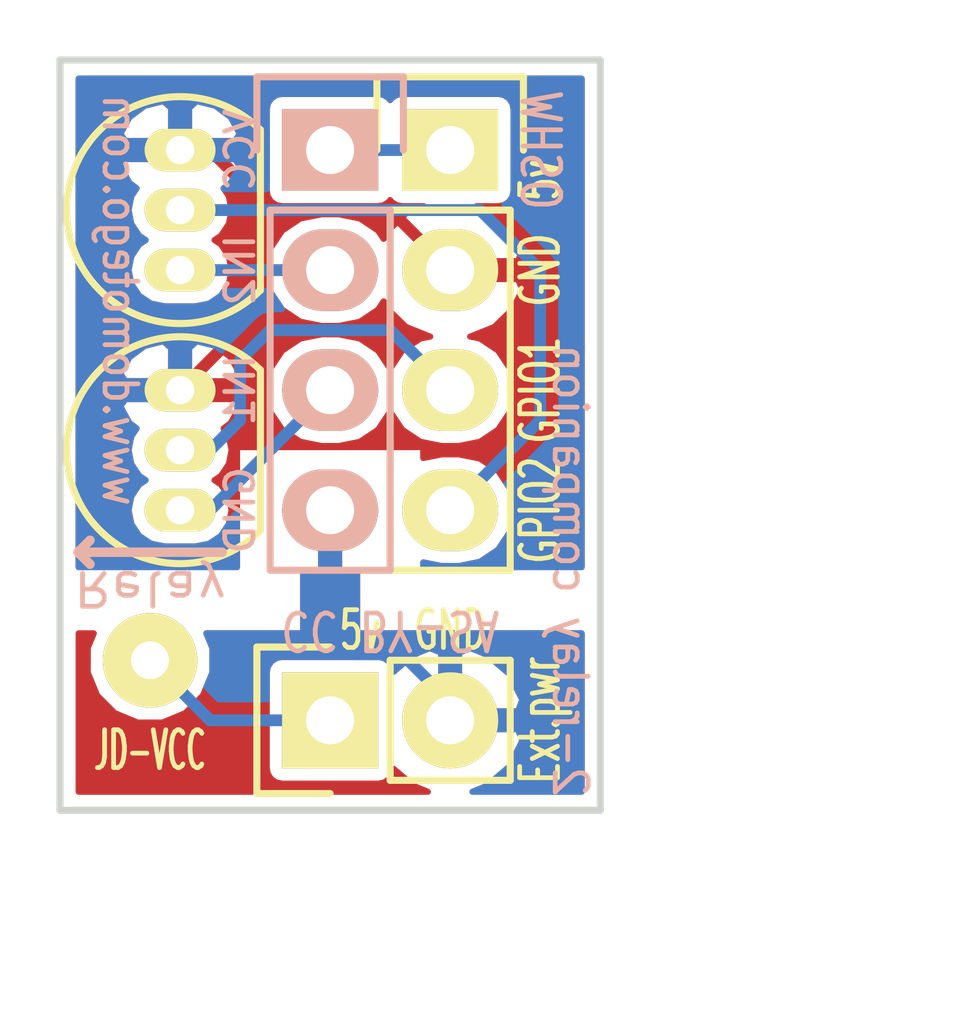
<source format=kicad_pcb>
(kicad_pcb (version 4) (host pcbnew 4.0.1-4.201602100846+6195~38~ubuntu15.10.1-stable)

  (general
    (links 9)
    (no_connects 0)
    (area 135.861667 85.215 152.428334 108.613333)
    (thickness 1.6)
    (drawings 26)
    (tracks 28)
    (zones 0)
    (modules 6)
    (nets 9)
  )

  (page A4)
  (title_block
    (title "2-relays companion")
    (date 2016-02-20)
    (rev 1)
    (company Domotego)
    (comment 1 https://github.com/tiramiseb/domotego_pcbs)
    (comment 2 https://www.domotego.com)
    (comment 4 "CC BY-SA")
  )

  (layers
    (0 F.Cu signal)
    (31 B.Cu signal)
    (32 B.Adhes user)
    (33 F.Adhes user)
    (34 B.Paste user)
    (35 F.Paste user)
    (36 B.SilkS user)
    (37 F.SilkS user)
    (38 B.Mask user)
    (39 F.Mask user)
    (40 Dwgs.User user)
    (41 Cmts.User user)
    (42 Eco1.User user)
    (43 Eco2.User user)
    (44 Edge.Cuts user)
    (45 Margin user)
    (46 B.CrtYd user)
    (47 F.CrtYd user)
    (48 B.Fab user)
    (49 F.Fab user)
  )

  (setup
    (last_trace_width 0.25)
    (trace_clearance 0.2)
    (zone_clearance 0.254)
    (zone_45_only no)
    (trace_min 0.2)
    (segment_width 0.2)
    (edge_width 0.15)
    (via_size 0.6)
    (via_drill 0.4)
    (via_min_size 0.4)
    (via_min_drill 0.3)
    (uvia_size 0.3)
    (uvia_drill 0.1)
    (uvias_allowed no)
    (uvia_min_size 0.2)
    (uvia_min_drill 0.1)
    (pcb_text_width 0.3)
    (pcb_text_size 1.5 1.5)
    (mod_edge_width 0.15)
    (mod_text_size 1 1)
    (mod_text_width 0.15)
    (pad_size 1.524 1.524)
    (pad_drill 0.762)
    (pad_to_mask_clearance 0.2)
    (aux_axis_origin 0 0)
    (visible_elements FFFFFF7F)
    (pcbplotparams
      (layerselection 0x00030_80000001)
      (usegerberextensions false)
      (excludeedgelayer true)
      (linewidth 0.100000)
      (plotframeref false)
      (viasonmask false)
      (mode 1)
      (useauxorigin false)
      (hpglpennumber 1)
      (hpglpenspeed 20)
      (hpglpendiameter 15)
      (hpglpenoverlay 2)
      (psnegative false)
      (psa4output false)
      (plotreference true)
      (plotvalue true)
      (plotinvisibletext false)
      (padsonsilk false)
      (subtractmaskfromsilk false)
      (outputformat 1)
      (mirror false)
      (drillshape 1)
      (scaleselection 1)
      (outputdirectory ""))
  )

  (net 0 "")
  (net 1 RPI_5V)
  (net 2 IN2)
  (net 3 IN1)
  (net 4 EXT_GND)
  (net 5 RPI_GND)
  (net 6 GPIO1)
  (net 7 GPIO2)
  (net 8 EXT_5V)

  (net_class Default "Ceci est la Netclass par défaut"
    (clearance 0.2)
    (trace_width 0.25)
    (via_dia 0.6)
    (via_drill 0.4)
    (uvia_dia 0.3)
    (uvia_drill 0.1)
    (add_net EXT_5V)
    (add_net EXT_GND)
    (add_net GPIO1)
    (add_net GPIO2)
    (add_net IN1)
    (add_net IN2)
    (add_net RPI_5V)
    (add_net RPI_GND)
  )

  (module TO_SOT_Packages_THT:TO-92_Inline_Narrow_Oval (layer F.Cu) (tedit 56C1B302) (tstamp 56C1B128)
    (at 141.605 99.06 90)
    (descr "TO-92 leads in-line, narrow, oval pads, drill 0.6mm (see NXP sot054_po.pdf)")
    (tags "to-92 sc-43 sc-43a sot54 PA33 transistor")
    (path /56C1B047)
    (fp_text reference Q1 (at 0 -4 90) (layer F.SilkS) hide
      (effects (font (size 1 1) (thickness 0.15)))
    )
    (fp_text value BC547 (at 0 3 90) (layer F.Fab) hide
      (effects (font (size 1 1) (thickness 0.15)))
    )
    (fp_line (start -1.4 1.95) (end -1.4 -2.65) (layer F.CrtYd) (width 0.05))
    (fp_line (start -1.4 1.95) (end 3.95 1.95) (layer F.CrtYd) (width 0.05))
    (fp_line (start -0.43 1.7) (end 2.97 1.7) (layer F.SilkS) (width 0.15))
    (fp_arc (start 1.27 0) (end 1.27 -2.4) (angle -135) (layer F.SilkS) (width 0.15))
    (fp_arc (start 1.27 0) (end 1.27 -2.4) (angle 135) (layer F.SilkS) (width 0.15))
    (fp_line (start -1.4 -2.65) (end 3.95 -2.65) (layer F.CrtYd) (width 0.05))
    (fp_line (start 3.95 1.95) (end 3.95 -2.65) (layer F.CrtYd) (width 0.05))
    (pad 2 thru_hole oval (at 1.27 0 270) (size 0.89916 1.50114) (drill 0.6) (layers *.Cu *.Mask F.SilkS)
      (net 6 GPIO1))
    (pad 3 thru_hole oval (at 2.54 0 270) (size 0.89916 1.50114) (drill 0.6) (layers *.Cu *.Mask F.SilkS)
      (net 5 RPI_GND))
    (pad 1 thru_hole oval (at 0 0 270) (size 0.89916 1.50114) (drill 0.6) (layers *.Cu *.Mask F.SilkS)
      (net 3 IN1))
    (model TO_SOT_Packages_THT.3dshapes/TO-92_Inline_Narrow_Oval.wrl
      (at (xyz 0.05 0 0))
      (scale (xyz 1 1 1))
      (rotate (xyz 0 0 -90))
    )
  )

  (module TO_SOT_Packages_THT:TO-92_Inline_Narrow_Oval (layer F.Cu) (tedit 56C1B305) (tstamp 56C1B12F)
    (at 141.605 93.98 90)
    (descr "TO-92 leads in-line, narrow, oval pads, drill 0.6mm (see NXP sot054_po.pdf)")
    (tags "to-92 sc-43 sc-43a sot54 PA33 transistor")
    (path /56C1B198)
    (fp_text reference Q2 (at 0 -4 90) (layer F.SilkS) hide
      (effects (font (size 1 1) (thickness 0.15)))
    )
    (fp_text value BC547 (at 0 3 90) (layer F.Fab) hide
      (effects (font (size 1 1) (thickness 0.15)))
    )
    (fp_line (start -1.4 1.95) (end -1.4 -2.65) (layer F.CrtYd) (width 0.05))
    (fp_line (start -1.4 1.95) (end 3.95 1.95) (layer F.CrtYd) (width 0.05))
    (fp_line (start -0.43 1.7) (end 2.97 1.7) (layer F.SilkS) (width 0.15))
    (fp_arc (start 1.27 0) (end 1.27 -2.4) (angle -135) (layer F.SilkS) (width 0.15))
    (fp_arc (start 1.27 0) (end 1.27 -2.4) (angle 135) (layer F.SilkS) (width 0.15))
    (fp_line (start -1.4 -2.65) (end 3.95 -2.65) (layer F.CrtYd) (width 0.05))
    (fp_line (start 3.95 1.95) (end 3.95 -2.65) (layer F.CrtYd) (width 0.05))
    (pad 2 thru_hole oval (at 1.27 0 270) (size 0.89916 1.50114) (drill 0.6) (layers *.Cu *.Mask F.SilkS)
      (net 7 GPIO2))
    (pad 3 thru_hole oval (at 2.54 0 270) (size 0.89916 1.50114) (drill 0.6) (layers *.Cu *.Mask F.SilkS)
      (net 5 RPI_GND))
    (pad 1 thru_hole oval (at 0 0 270) (size 0.89916 1.50114) (drill 0.6) (layers *.Cu *.Mask F.SilkS)
      (net 2 IN2))
    (model TO_SOT_Packages_THT.3dshapes/TO-92_Inline_Narrow_Oval.wrl
      (at (xyz 0.05 0 0))
      (scale (xyz 1 1 1))
      (rotate (xyz 0 0 -90))
    )
  )

  (module Socket_Strips:Socket_Strip_Straight_1x04 (layer B.Cu) (tedit 56C1B202) (tstamp 56C1B119)
    (at 144.78 91.44 270)
    (descr "Through hole socket strip")
    (tags "socket strip")
    (path /56C1AEC7)
    (fp_text reference P1 (at 0 5.1 270) (layer B.SilkS) hide
      (effects (font (size 1 1) (thickness 0.15)) (justify mirror))
    )
    (fp_text value CONN_01X04 (at 0 3.1 270) (layer B.Fab) hide
      (effects (font (size 1 1) (thickness 0.15)) (justify mirror))
    )
    (fp_line (start -1.75 1.75) (end -1.75 -1.75) (layer B.CrtYd) (width 0.05))
    (fp_line (start 9.4 1.75) (end 9.4 -1.75) (layer B.CrtYd) (width 0.05))
    (fp_line (start -1.75 1.75) (end 9.4 1.75) (layer B.CrtYd) (width 0.05))
    (fp_line (start -1.75 -1.75) (end 9.4 -1.75) (layer B.CrtYd) (width 0.05))
    (fp_line (start 1.27 1.27) (end 8.89 1.27) (layer B.SilkS) (width 0.15))
    (fp_line (start 1.27 -1.27) (end 8.89 -1.27) (layer B.SilkS) (width 0.15))
    (fp_line (start -1.55 -1.55) (end 0 -1.55) (layer B.SilkS) (width 0.15))
    (fp_line (start 8.89 1.27) (end 8.89 -1.27) (layer B.SilkS) (width 0.15))
    (fp_line (start 1.27 -1.27) (end 1.27 1.27) (layer B.SilkS) (width 0.15))
    (fp_line (start 0 1.55) (end -1.55 1.55) (layer B.SilkS) (width 0.15))
    (fp_line (start -1.55 1.55) (end -1.55 -1.55) (layer B.SilkS) (width 0.15))
    (pad 1 thru_hole rect (at 0 0 270) (size 1.7272 2.032) (drill 1.016) (layers *.Cu *.Mask B.SilkS)
      (net 1 RPI_5V))
    (pad 2 thru_hole oval (at 2.54 0 270) (size 1.7272 2.032) (drill 1.016) (layers *.Cu *.Mask B.SilkS)
      (net 2 IN2))
    (pad 3 thru_hole oval (at 5.08 0 270) (size 1.7272 2.032) (drill 1.016) (layers *.Cu *.Mask B.SilkS)
      (net 3 IN1))
    (pad 4 thru_hole oval (at 7.62 0 270) (size 1.7272 2.032) (drill 1.016) (layers *.Cu *.Mask B.SilkS)
      (net 4 EXT_GND))
    (model Socket_Strips.3dshapes/Socket_Strip_Straight_1x04.wrl
      (at (xyz 0.15 0 0))
      (scale (xyz 1 1 1))
      (rotate (xyz 0 0 180))
    )
  )

  (module Pin_Headers:Pin_Header_Straight_1x04 (layer F.Cu) (tedit 56C1B208) (tstamp 56C1B121)
    (at 147.32 91.44)
    (descr "Through hole pin header")
    (tags "pin header")
    (path /56C1B235)
    (fp_text reference P2 (at 0 -5.1) (layer F.SilkS) hide
      (effects (font (size 1 1) (thickness 0.15)))
    )
    (fp_text value CONN_01X04 (at 0 -3.1) (layer F.Fab) hide
      (effects (font (size 1 1) (thickness 0.15)))
    )
    (fp_line (start -1.75 -1.75) (end -1.75 9.4) (layer F.CrtYd) (width 0.05))
    (fp_line (start 1.75 -1.75) (end 1.75 9.4) (layer F.CrtYd) (width 0.05))
    (fp_line (start -1.75 -1.75) (end 1.75 -1.75) (layer F.CrtYd) (width 0.05))
    (fp_line (start -1.75 9.4) (end 1.75 9.4) (layer F.CrtYd) (width 0.05))
    (fp_line (start -1.27 1.27) (end -1.27 8.89) (layer F.SilkS) (width 0.15))
    (fp_line (start 1.27 1.27) (end 1.27 8.89) (layer F.SilkS) (width 0.15))
    (fp_line (start 1.55 -1.55) (end 1.55 0) (layer F.SilkS) (width 0.15))
    (fp_line (start -1.27 8.89) (end 1.27 8.89) (layer F.SilkS) (width 0.15))
    (fp_line (start 1.27 1.27) (end -1.27 1.27) (layer F.SilkS) (width 0.15))
    (fp_line (start -1.55 0) (end -1.55 -1.55) (layer F.SilkS) (width 0.15))
    (fp_line (start -1.55 -1.55) (end 1.55 -1.55) (layer F.SilkS) (width 0.15))
    (pad 1 thru_hole rect (at 0 0) (size 2.032 1.7272) (drill 1.016) (layers *.Cu *.Mask F.SilkS)
      (net 1 RPI_5V))
    (pad 2 thru_hole oval (at 0 2.54) (size 2.032 1.7272) (drill 1.016) (layers *.Cu *.Mask F.SilkS)
      (net 5 RPI_GND))
    (pad 3 thru_hole oval (at 0 5.08) (size 2.032 1.7272) (drill 1.016) (layers *.Cu *.Mask F.SilkS)
      (net 6 GPIO1))
    (pad 4 thru_hole oval (at 0 7.62) (size 2.032 1.7272) (drill 1.016) (layers *.Cu *.Mask F.SilkS)
      (net 7 GPIO2))
    (model Pin_Headers.3dshapes/Pin_Header_Straight_1x04.wrl
      (at (xyz 0 -0.15 0))
      (scale (xyz 1 1 1))
      (rotate (xyz 0 0 90))
    )
  )

  (module Pin_Headers:Pin_Header_Straight_1x02 (layer F.Cu) (tedit 56C1B30B) (tstamp 56C1B2D8)
    (at 144.78 103.505 90)
    (descr "Through hole pin header")
    (tags "pin header")
    (path /56C1B847)
    (fp_text reference P3 (at 0 -5.1 90) (layer F.SilkS) hide
      (effects (font (size 1 1) (thickness 0.15)))
    )
    (fp_text value CONN_01X02 (at 0 -3.1 90) (layer F.Fab) hide
      (effects (font (size 1 1) (thickness 0.15)))
    )
    (fp_line (start 1.27 1.27) (end 1.27 3.81) (layer F.SilkS) (width 0.15))
    (fp_line (start 1.55 -1.55) (end 1.55 0) (layer F.SilkS) (width 0.15))
    (fp_line (start -1.75 -1.75) (end -1.75 4.3) (layer F.CrtYd) (width 0.05))
    (fp_line (start 1.75 -1.75) (end 1.75 4.3) (layer F.CrtYd) (width 0.05))
    (fp_line (start -1.75 -1.75) (end 1.75 -1.75) (layer F.CrtYd) (width 0.05))
    (fp_line (start -1.75 4.3) (end 1.75 4.3) (layer F.CrtYd) (width 0.05))
    (fp_line (start 1.27 1.27) (end -1.27 1.27) (layer F.SilkS) (width 0.15))
    (fp_line (start -1.55 0) (end -1.55 -1.55) (layer F.SilkS) (width 0.15))
    (fp_line (start -1.55 -1.55) (end 1.55 -1.55) (layer F.SilkS) (width 0.15))
    (fp_line (start -1.27 1.27) (end -1.27 3.81) (layer F.SilkS) (width 0.15))
    (fp_line (start -1.27 3.81) (end 1.27 3.81) (layer F.SilkS) (width 0.15))
    (pad 1 thru_hole rect (at 0 0 90) (size 2.032 2.032) (drill 1.016) (layers *.Cu *.Mask F.SilkS)
      (net 8 EXT_5V))
    (pad 2 thru_hole oval (at 0 2.54 90) (size 2.032 2.032) (drill 1.016) (layers *.Cu *.Mask F.SilkS)
      (net 4 EXT_GND))
    (model Pin_Headers.3dshapes/Pin_Header_Straight_1x02.wrl
      (at (xyz 0 -0.05 0))
      (scale (xyz 1 1 1))
      (rotate (xyz 0 0 90))
    )
  )

  (module Wire_Pads:SolderWirePad_single_0-8mmDrill (layer F.Cu) (tedit 56C2317B) (tstamp 56C1B2DD)
    (at 140.97 102.235)
    (path /56C1BA9B)
    (fp_text reference P4 (at 0 -2.54) (layer F.SilkS) hide
      (effects (font (size 1 1) (thickness 0.15)))
    )
    (fp_text value CONN_01X01 (at 0 2.54) (layer F.Fab) hide
      (effects (font (size 1 1) (thickness 0.15)))
    )
    (pad 1 thru_hole circle (at 0 0) (size 1.99898 1.99898) (drill 0.8001) (layers *.Cu *.Mask F.SilkS)
      (net 8 EXT_5V))
  )

  (dimension 11.43 (width 0.3) (layer Cmts.User)
    (gr_text "11,430 mm" (at 144.78 110.57) (layer Cmts.User)
      (effects (font (size 1.5 1.5) (thickness 0.3)))
    )
    (feature1 (pts (xy 150.495 107.315) (xy 150.495 111.92)))
    (feature2 (pts (xy 139.065 107.315) (xy 139.065 111.92)))
    (crossbar (pts (xy 139.065 109.22) (xy 150.495 109.22)))
    (arrow1a (pts (xy 150.495 109.22) (xy 149.368496 109.806421)))
    (arrow1b (pts (xy 150.495 109.22) (xy 149.368496 108.633579)))
    (arrow2a (pts (xy 139.065 109.22) (xy 140.191504 109.806421)))
    (arrow2b (pts (xy 139.065 109.22) (xy 140.191504 108.633579)))
  )
  (dimension 15.875 (width 0.3) (layer Cmts.User)
    (gr_text "15,875 mm" (at 155.655 97.4725 270) (layer Cmts.User)
      (effects (font (size 1.5 1.5) (thickness 0.3)))
    )
    (feature1 (pts (xy 153.035 105.41) (xy 157.005 105.41)))
    (feature2 (pts (xy 153.035 89.535) (xy 157.005 89.535)))
    (crossbar (pts (xy 154.305 89.535) (xy 154.305 105.41)))
    (arrow1a (pts (xy 154.305 105.41) (xy 153.718579 104.283496)))
    (arrow1b (pts (xy 154.305 105.41) (xy 154.891421 104.283496)))
    (arrow2a (pts (xy 154.305 89.535) (xy 153.718579 90.661504)))
    (arrow2b (pts (xy 154.305 89.535) (xy 154.891421 90.661504)))
  )
  (gr_text OSHW (at 149.225 91.44 270) (layer B.SilkS)
    (effects (font (size 0.8 0.6) (thickness 0.1)) (justify mirror))
  )
  (gr_text "CC BY-SA" (at 146.05 101.6 180) (layer B.SilkS)
    (effects (font (size 0.8 0.6) (thickness 0.1)) (justify mirror))
  )
  (gr_text www.domotego.com (at 140.335 94.615 270) (layer B.SilkS)
    (effects (font (size 0.7 0.6) (thickness 0.1)) (justify mirror))
  )
  (gr_text "2-relay companion" (at 149.86 100.33 270) (layer B.SilkS)
    (effects (font (size 0.7 0.65) (thickness 0.1)) (justify mirror))
  )
  (gr_text GND (at 142.875 99.06 90) (layer B.SilkS)
    (effects (font (size 0.6 0.6) (thickness 0.1)) (justify mirror))
  )
  (gr_text IN1 (at 142.875 96.52 90) (layer B.SilkS)
    (effects (font (size 0.6 0.6) (thickness 0.1)) (justify mirror))
  )
  (gr_text IN2 (at 142.875 93.98 90) (layer B.SilkS)
    (effects (font (size 0.6 0.6) (thickness 0.1)) (justify mirror))
  )
  (gr_text VCC (at 142.875 91.44 90) (layer B.SilkS)
    (effects (font (size 0.6 0.6) (thickness 0.1)) (justify mirror))
  )
  (gr_line (start 139.446 99.949) (end 139.7 99.695) (angle 90) (layer B.SilkS) (width 0.2))
  (gr_line (start 139.446 99.949) (end 139.7 100.203) (angle 90) (layer B.SilkS) (width 0.2))
  (gr_line (start 142.494 99.949) (end 139.446 99.949) (angle 90) (layer B.SilkS) (width 0.2))
  (gr_text Relay (at 140.97 100.711 180) (layer B.SilkS)
    (effects (font (size 0.7 0.8) (thickness 0.1)) (justify mirror))
  )
  (gr_line (start 150.495 105.41) (end 139.065 105.41) (angle 90) (layer Edge.Cuts) (width 0.15))
  (gr_line (start 150.495 89.535) (end 150.495 105.41) (angle 90) (layer Edge.Cuts) (width 0.15))
  (gr_line (start 139.065 89.535) (end 150.495 89.535) (angle 90) (layer Edge.Cuts) (width 0.15))
  (gr_text Ext.pwr (at 149.225 103.505 90) (layer F.SilkS)
    (effects (font (size 0.8 0.5) (thickness 0.1)))
  )
  (gr_line (start 139.065 105.41) (end 139.065 89.535) (angle 90) (layer Edge.Cuts) (width 0.15))
  (gr_text GPIO2 (at 149.225 99.06 90) (layer F.SilkS)
    (effects (font (size 0.8 0.5) (thickness 0.1)))
  )
  (gr_text GPIO1 (at 149.225 96.52 90) (layer F.SilkS)
    (effects (font (size 0.8 0.5) (thickness 0.1)))
  )
  (gr_text 5v (at 149.225 92.075 90) (layer F.SilkS)
    (effects (font (size 0.8 0.5) (thickness 0.1)))
  )
  (gr_text GND (at 149.225 93.98 90) (layer F.SilkS)
    (effects (font (size 0.8 0.5) (thickness 0.1)))
  )
  (gr_text JD-VCC (at 140.97 104.14) (layer F.SilkS)
    (effects (font (size 0.8 0.4) (thickness 0.1)))
  )
  (gr_text GND (at 147.32 101.6) (layer F.SilkS)
    (effects (font (size 0.8 0.5) (thickness 0.1)))
  )
  (gr_text 5v (at 145.415 101.6) (layer F.SilkS)
    (effects (font (size 0.8 0.5) (thickness 0.1)))
  )

  (segment (start 144.78 91.44) (end 147.32 91.44) (width 0.25) (layer B.Cu) (net 1))
  (segment (start 144.78 93.98) (end 141.605 93.98) (width 0.25) (layer B.Cu) (net 2))
  (segment (start 141.605 99.06) (end 142.24 99.06) (width 0.25) (layer B.Cu) (net 3))
  (segment (start 142.24 99.06) (end 144.78 96.52) (width 0.25) (layer B.Cu) (net 3) (tstamp 56C235C4))
  (segment (start 144.78 99.06) (end 144.78 101.473) (width 0.25) (layer B.Cu) (net 4))
  (segment (start 146.304 102.108) (end 147.32 103.124) (width 0.25) (layer B.Cu) (net 4) (tstamp 56C23779))
  (segment (start 145.415 102.108) (end 146.304 102.108) (width 0.25) (layer B.Cu) (net 4) (tstamp 56C23778))
  (segment (start 144.78 101.473) (end 145.415 102.108) (width 0.25) (layer B.Cu) (net 4) (tstamp 56C23773))
  (segment (start 147.32 103.124) (end 147.32 103.505) (width 0.25) (layer B.Cu) (net 4) (tstamp 56C2377C))
  (segment (start 142.875 92.71) (end 146.05 92.71) (width 0.25) (layer F.Cu) (net 5))
  (segment (start 146.05 92.71) (end 147.32 93.98) (width 0.25) (layer F.Cu) (net 5) (tstamp 56C2360D))
  (segment (start 141.605 91.44) (end 142.24 91.44) (width 0.25) (layer F.Cu) (net 5))
  (segment (start 142.24 91.44) (end 142.875 92.075) (width 0.25) (layer F.Cu) (net 5) (tstamp 56C23602))
  (segment (start 142.875 92.075) (end 142.875 92.71) (width 0.25) (layer F.Cu) (net 5) (tstamp 56C23603))
  (segment (start 142.875 92.71) (end 142.875 95.25) (width 0.25) (layer F.Cu) (net 5) (tstamp 56C2360B))
  (segment (start 142.875 95.25) (end 141.605 96.52) (width 0.25) (layer F.Cu) (net 5) (tstamp 56C23606))
  (segment (start 141.605 97.79) (end 142.24 97.79) (width 0.25) (layer B.Cu) (net 6))
  (segment (start 142.24 97.79) (end 142.875 97.155) (width 0.25) (layer B.Cu) (net 6) (tstamp 56C23612))
  (segment (start 142.875 97.155) (end 142.875 95.885) (width 0.25) (layer B.Cu) (net 6) (tstamp 56C23614))
  (segment (start 142.875 95.885) (end 143.51 95.25) (width 0.25) (layer B.Cu) (net 6) (tstamp 56C23616))
  (segment (start 143.51 95.25) (end 146.05 95.25) (width 0.25) (layer B.Cu) (net 6) (tstamp 56C23618))
  (segment (start 146.05 95.25) (end 147.32 96.52) (width 0.25) (layer B.Cu) (net 6) (tstamp 56C23619))
  (segment (start 141.605 92.71) (end 147.955 92.71) (width 0.25) (layer B.Cu) (net 7))
  (segment (start 149.225 97.155) (end 147.32 99.06) (width 0.25) (layer B.Cu) (net 7) (tstamp 56C235EF))
  (segment (start 149.225 93.98) (end 149.225 97.155) (width 0.25) (layer B.Cu) (net 7) (tstamp 56C235E5))
  (segment (start 147.955 92.71) (end 149.225 93.98) (width 0.25) (layer B.Cu) (net 7) (tstamp 56C235E2))
  (segment (start 144.78 103.505) (end 142.24 103.505) (width 0.25) (layer B.Cu) (net 8))
  (segment (start 142.24 103.505) (end 140.97 102.235) (width 0.25) (layer B.Cu) (net 8) (tstamp 56C2342C))

  (zone (net 5) (net_name RPI_GND) (layer F.Cu) (tstamp 56C2367A) (hatch edge 0.508)
    (connect_pads (clearance 0.254))
    (min_thickness 0.127)
    (fill yes (arc_segments 16) (thermal_gap 0.508) (thermal_bridge_width 0.508))
    (polygon
      (pts
        (xy 138.43 88.9) (xy 151.765 88.9) (xy 151.765 100.33) (xy 146.685 100.33) (xy 146.685 97.79)
        (xy 142.875 97.79) (xy 142.875 100.33) (xy 138.43 100.33)
      )
    )
    (filled_polygon
      (pts
        (xy 150.1025 100.2665) (xy 146.7485 100.2665) (xy 146.7485 100.162932) (xy 147.141475 100.2411) (xy 147.498525 100.2411)
        (xy 147.950512 100.151194) (xy 148.333689 99.895164) (xy 148.589719 99.511987) (xy 148.679625 99.06) (xy 148.589719 98.608013)
        (xy 148.333689 98.224836) (xy 147.950512 97.968806) (xy 147.498525 97.8789) (xy 147.141475 97.8789) (xy 146.7485 97.957068)
        (xy 146.7485 97.79) (xy 146.743497 97.765295) (xy 146.729277 97.744483) (xy 146.70808 97.730843) (xy 146.685 97.7265)
        (xy 142.875 97.7265) (xy 142.850295 97.731503) (xy 142.829483 97.745723) (xy 142.815843 97.76692) (xy 142.8115 97.79)
        (xy 142.8115 100.2665) (xy 139.4575 100.2665) (xy 139.4575 96.865082) (xy 140.343009 96.865082) (xy 140.534596 97.215584)
        (xy 140.68656 97.328586) (xy 140.574395 97.496451) (xy 140.516005 97.79) (xy 140.574395 98.083549) (xy 140.740678 98.332407)
        (xy 140.879252 98.425) (xy 140.740678 98.517593) (xy 140.574395 98.766451) (xy 140.516005 99.06) (xy 140.574395 99.353549)
        (xy 140.740678 99.602407) (xy 140.989536 99.76869) (xy 141.283085 99.82708) (xy 141.926915 99.82708) (xy 142.220464 99.76869)
        (xy 142.469322 99.602407) (xy 142.635605 99.353549) (xy 142.693995 99.06) (xy 142.635605 98.766451) (xy 142.469322 98.517593)
        (xy 142.330748 98.425) (xy 142.469322 98.332407) (xy 142.635605 98.083549) (xy 142.693995 97.79) (xy 142.635605 97.496451)
        (xy 142.52344 97.328586) (xy 142.675404 97.215584) (xy 142.866991 96.865082) (xy 142.763284 96.7105) (xy 141.7955 96.7105)
        (xy 141.7955 96.7305) (xy 141.4145 96.7305) (xy 141.4145 96.7105) (xy 140.446716 96.7105) (xy 140.343009 96.865082)
        (xy 139.4575 96.865082) (xy 139.4575 96.174918) (xy 140.343009 96.174918) (xy 140.446716 96.3295) (xy 141.4145 96.3295)
        (xy 141.4145 95.631552) (xy 141.7955 95.631552) (xy 141.7955 96.3295) (xy 142.763284 96.3295) (xy 142.866991 96.174918)
        (xy 142.675404 95.824416) (xy 142.350647 95.582922) (xy 141.958195 95.48409) (xy 141.7955 95.631552) (xy 141.4145 95.631552)
        (xy 141.251805 95.48409) (xy 140.859353 95.582922) (xy 140.534596 95.824416) (xy 140.343009 96.174918) (xy 139.4575 96.174918)
        (xy 139.4575 91.785082) (xy 140.343009 91.785082) (xy 140.534596 92.135584) (xy 140.68656 92.248586) (xy 140.574395 92.416451)
        (xy 140.516005 92.71) (xy 140.574395 93.003549) (xy 140.740678 93.252407) (xy 140.879252 93.345) (xy 140.740678 93.437593)
        (xy 140.574395 93.686451) (xy 140.516005 93.98) (xy 140.574395 94.273549) (xy 140.740678 94.522407) (xy 140.989536 94.68869)
        (xy 141.283085 94.74708) (xy 141.926915 94.74708) (xy 142.220464 94.68869) (xy 142.469322 94.522407) (xy 142.635605 94.273549)
        (xy 142.693995 93.98) (xy 143.420375 93.98) (xy 143.510281 94.431987) (xy 143.766311 94.815164) (xy 144.149488 95.071194)
        (xy 144.601475 95.1611) (xy 144.958525 95.1611) (xy 145.410512 95.071194) (xy 145.793689 94.815164) (xy 145.912102 94.637946)
        (xy 145.986229 94.791222) (xy 146.386597 95.181562) (xy 146.900502 95.386833) (xy 146.689488 95.428806) (xy 146.306311 95.684836)
        (xy 146.050281 96.068013) (xy 146.05 96.069426) (xy 146.049719 96.068013) (xy 145.793689 95.684836) (xy 145.410512 95.428806)
        (xy 144.958525 95.3389) (xy 144.601475 95.3389) (xy 144.149488 95.428806) (xy 143.766311 95.684836) (xy 143.510281 96.068013)
        (xy 143.420375 96.52) (xy 143.510281 96.971987) (xy 143.766311 97.355164) (xy 144.149488 97.611194) (xy 144.601475 97.7011)
        (xy 144.958525 97.7011) (xy 145.410512 97.611194) (xy 145.793689 97.355164) (xy 146.049719 96.971987) (xy 146.05 96.970574)
        (xy 146.050281 96.971987) (xy 146.306311 97.355164) (xy 146.689488 97.611194) (xy 147.141475 97.7011) (xy 147.498525 97.7011)
        (xy 147.950512 97.611194) (xy 148.333689 97.355164) (xy 148.589719 96.971987) (xy 148.679625 96.52) (xy 148.589719 96.068013)
        (xy 148.333689 95.684836) (xy 147.950512 95.428806) (xy 147.739498 95.386833) (xy 148.253403 95.181562) (xy 148.653771 94.791222)
        (xy 148.847487 94.390667) (xy 148.750506 94.1705) (xy 147.5105 94.1705) (xy 147.5105 94.1905) (xy 147.1295 94.1905)
        (xy 147.1295 94.1705) (xy 147.1095 94.1705) (xy 147.1095 93.7895) (xy 147.1295 93.7895) (xy 147.1295 93.7695)
        (xy 147.5105 93.7695) (xy 147.5105 93.7895) (xy 148.750506 93.7895) (xy 148.847487 93.569333) (xy 148.653771 93.168778)
        (xy 148.253403 92.778438) (xy 147.875072 92.62732) (xy 148.336 92.62732) (xy 148.453658 92.605181) (xy 148.561721 92.535645)
        (xy 148.634215 92.429545) (xy 148.65972 92.3036) (xy 148.65972 90.5764) (xy 148.637581 90.458742) (xy 148.568045 90.350679)
        (xy 148.461945 90.278185) (xy 148.336 90.25268) (xy 146.304 90.25268) (xy 146.186342 90.274819) (xy 146.078279 90.344355)
        (xy 146.050313 90.385285) (xy 146.028045 90.350679) (xy 145.921945 90.278185) (xy 145.796 90.25268) (xy 143.764 90.25268)
        (xy 143.646342 90.274819) (xy 143.538279 90.344355) (xy 143.465785 90.450455) (xy 143.44028 90.5764) (xy 143.44028 92.3036)
        (xy 143.462419 92.421258) (xy 143.531955 92.529321) (xy 143.638055 92.601815) (xy 143.764 92.62732) (xy 145.796 92.62732)
        (xy 145.913658 92.605181) (xy 146.021721 92.535645) (xy 146.049687 92.494715) (xy 146.071955 92.529321) (xy 146.178055 92.601815)
        (xy 146.304 92.62732) (xy 146.764928 92.62732) (xy 146.386597 92.778438) (xy 145.986229 93.168778) (xy 145.912102 93.322054)
        (xy 145.793689 93.144836) (xy 145.410512 92.888806) (xy 144.958525 92.7989) (xy 144.601475 92.7989) (xy 144.149488 92.888806)
        (xy 143.766311 93.144836) (xy 143.510281 93.528013) (xy 143.420375 93.98) (xy 142.693995 93.98) (xy 142.635605 93.686451)
        (xy 142.469322 93.437593) (xy 142.330748 93.345) (xy 142.469322 93.252407) (xy 142.635605 93.003549) (xy 142.693995 92.71)
        (xy 142.635605 92.416451) (xy 142.52344 92.248586) (xy 142.675404 92.135584) (xy 142.866991 91.785082) (xy 142.763284 91.6305)
        (xy 141.7955 91.6305) (xy 141.7955 91.6505) (xy 141.4145 91.6505) (xy 141.4145 91.6305) (xy 140.446716 91.6305)
        (xy 140.343009 91.785082) (xy 139.4575 91.785082) (xy 139.4575 91.094918) (xy 140.343009 91.094918) (xy 140.446716 91.2495)
        (xy 141.4145 91.2495) (xy 141.4145 90.551552) (xy 141.7955 90.551552) (xy 141.7955 91.2495) (xy 142.763284 91.2495)
        (xy 142.866991 91.094918) (xy 142.675404 90.744416) (xy 142.350647 90.502922) (xy 141.958195 90.40409) (xy 141.7955 90.551552)
        (xy 141.4145 90.551552) (xy 141.251805 90.40409) (xy 140.859353 90.502922) (xy 140.534596 90.744416) (xy 140.343009 91.094918)
        (xy 139.4575 91.094918) (xy 139.4575 89.9275) (xy 150.1025 89.9275)
      )
    )
  )
  (zone (net 5) (net_name RPI_GND) (layer B.Cu) (tstamp 56C23697) (hatch edge 0.508)
    (connect_pads (clearance 0.254))
    (min_thickness 0.127)
    (fill yes (arc_segments 16) (thermal_gap 0.508) (thermal_bridge_width 0.508))
    (polygon
      (pts
        (xy 137.795 88.265) (xy 151.13 88.265) (xy 151.13 100.33) (xy 146.685 100.33) (xy 146.685 97.79)
        (xy 142.875 97.79) (xy 142.875 100.33) (xy 137.795 100.33)
      )
    )
    (filled_polygon
      (pts
        (xy 150.1025 100.2665) (xy 146.7485 100.2665) (xy 146.7485 100.162932) (xy 147.141475 100.2411) (xy 147.498525 100.2411)
        (xy 147.950512 100.151194) (xy 148.333689 99.895164) (xy 148.589719 99.511987) (xy 148.679625 99.06) (xy 148.589719 98.608013)
        (xy 148.512838 98.492952) (xy 149.537895 97.467895) (xy 149.633817 97.324338) (xy 149.6675 97.155) (xy 149.6675 93.98)
        (xy 149.633817 93.810663) (xy 149.537895 93.667105) (xy 148.467235 92.596445) (xy 148.561721 92.535645) (xy 148.634215 92.429545)
        (xy 148.65972 92.3036) (xy 148.65972 90.5764) (xy 148.637581 90.458742) (xy 148.568045 90.350679) (xy 148.461945 90.278185)
        (xy 148.336 90.25268) (xy 146.304 90.25268) (xy 146.186342 90.274819) (xy 146.078279 90.344355) (xy 146.050313 90.385285)
        (xy 146.028045 90.350679) (xy 145.921945 90.278185) (xy 145.796 90.25268) (xy 143.764 90.25268) (xy 143.646342 90.274819)
        (xy 143.538279 90.344355) (xy 143.465785 90.450455) (xy 143.44028 90.5764) (xy 143.44028 92.2675) (xy 142.536078 92.2675)
        (xy 142.52344 92.248586) (xy 142.675404 92.135584) (xy 142.866991 91.785082) (xy 142.763284 91.6305) (xy 141.7955 91.6305)
        (xy 141.7955 91.6505) (xy 141.4145 91.6505) (xy 141.4145 91.6305) (xy 140.446716 91.6305) (xy 140.343009 91.785082)
        (xy 140.534596 92.135584) (xy 140.68656 92.248586) (xy 140.574395 92.416451) (xy 140.516005 92.71) (xy 140.574395 93.003549)
        (xy 140.740678 93.252407) (xy 140.879252 93.345) (xy 140.740678 93.437593) (xy 140.574395 93.686451) (xy 140.516005 93.98)
        (xy 140.574395 94.273549) (xy 140.740678 94.522407) (xy 140.989536 94.68869) (xy 141.283085 94.74708) (xy 141.926915 94.74708)
        (xy 142.220464 94.68869) (xy 142.469322 94.522407) (xy 142.536078 94.4225) (xy 143.508394 94.4225) (xy 143.510281 94.431987)
        (xy 143.76119 94.8075) (xy 143.510005 94.8075) (xy 143.51 94.807499) (xy 143.340662 94.841183) (xy 143.268884 94.889144)
        (xy 143.197105 94.937105) (xy 143.197103 94.937108) (xy 142.562105 95.572105) (xy 142.487085 95.68438) (xy 142.350647 95.582922)
        (xy 141.958195 95.48409) (xy 141.7955 95.631552) (xy 141.7955 96.3295) (xy 141.8155 96.3295) (xy 141.8155 96.7105)
        (xy 141.7955 96.7105) (xy 141.7955 96.7305) (xy 141.4145 96.7305) (xy 141.4145 96.7105) (xy 140.446716 96.7105)
        (xy 140.343009 96.865082) (xy 140.534596 97.215584) (xy 140.68656 97.328586) (xy 140.574395 97.496451) (xy 140.516005 97.79)
        (xy 140.574395 98.083549) (xy 140.740678 98.332407) (xy 140.879252 98.425) (xy 140.740678 98.517593) (xy 140.574395 98.766451)
        (xy 140.516005 99.06) (xy 140.574395 99.353549) (xy 140.740678 99.602407) (xy 140.989536 99.76869) (xy 141.283085 99.82708)
        (xy 141.926915 99.82708) (xy 142.220464 99.76869) (xy 142.469322 99.602407) (xy 142.635605 99.353549) (xy 142.651338 99.274452)
        (xy 142.8115 99.11429) (xy 142.8115 100.2665) (xy 139.4575 100.2665) (xy 139.4575 96.174918) (xy 140.343009 96.174918)
        (xy 140.446716 96.3295) (xy 141.4145 96.3295) (xy 141.4145 95.631552) (xy 141.251805 95.48409) (xy 140.859353 95.582922)
        (xy 140.534596 95.824416) (xy 140.343009 96.174918) (xy 139.4575 96.174918) (xy 139.4575 91.094918) (xy 140.343009 91.094918)
        (xy 140.446716 91.2495) (xy 141.4145 91.2495) (xy 141.4145 90.551552) (xy 141.7955 90.551552) (xy 141.7955 91.2495)
        (xy 142.763284 91.2495) (xy 142.866991 91.094918) (xy 142.675404 90.744416) (xy 142.350647 90.502922) (xy 141.958195 90.40409)
        (xy 141.7955 90.551552) (xy 141.4145 90.551552) (xy 141.251805 90.40409) (xy 140.859353 90.502922) (xy 140.534596 90.744416)
        (xy 140.343009 91.094918) (xy 139.4575 91.094918) (xy 139.4575 89.9275) (xy 150.1025 89.9275)
      )
    )
    (filled_polygon
      (pts
        (xy 147.5105 93.7895) (xy 147.5305 93.7895) (xy 147.5305 94.1705) (xy 147.5105 94.1705) (xy 147.5105 94.1905)
        (xy 147.1295 94.1905) (xy 147.1295 94.1705) (xy 147.1095 94.1705) (xy 147.1095 93.7895) (xy 147.1295 93.7895)
        (xy 147.1295 93.7695) (xy 147.5105 93.7695)
      )
    )
  )
  (zone (net 4) (net_name EXT_GND) (layer B.Cu) (tstamp 56C23724) (hatch edge 0.508)
    (connect_pads (clearance 0.254))
    (min_thickness 0.127)
    (fill yes (arc_segments 16) (thermal_gap 0.508) (thermal_bridge_width 0.508))
    (polygon
      (pts
        (xy 138.43 101.6) (xy 144.145 101.6) (xy 144.145 99.06) (xy 145.415 99.06) (xy 145.415 101.6)
        (xy 151.765 101.6) (xy 151.765 106.045) (xy 138.43 106.045)
      )
    )
    (filled_polygon
      (pts
        (xy 144.9905 99.2505) (xy 144.9705 99.2505) (xy 144.9705 100.349697) (xy 145.194135 100.468975) (xy 145.3515 100.406118)
        (xy 145.3515 101.6) (xy 145.356503 101.624705) (xy 145.370723 101.645517) (xy 145.39192 101.659157) (xy 145.415 101.6635)
        (xy 150.1025 101.6635) (xy 150.1025 105.0175) (xy 147.789287 105.0175) (xy 148.092257 104.892018) (xy 148.564261 104.490908)
        (xy 148.846838 103.939702) (xy 148.753167 103.6955) (xy 147.5105 103.6955) (xy 147.5105 103.7155) (xy 147.1295 103.7155)
        (xy 147.1295 103.6955) (xy 147.1095 103.6955) (xy 147.1095 103.3145) (xy 147.1295 103.3145) (xy 147.1295 102.072991)
        (xy 147.5105 102.072991) (xy 147.5105 103.3145) (xy 148.753167 103.3145) (xy 148.846838 103.070298) (xy 148.564261 102.519092)
        (xy 148.092257 102.117982) (xy 147.7547 101.978175) (xy 147.5105 102.072991) (xy 147.1295 102.072991) (xy 146.8853 101.978175)
        (xy 146.547743 102.117982) (xy 146.118538 102.482721) (xy 146.097581 102.371342) (xy 146.028045 102.263279) (xy 145.921945 102.190785)
        (xy 145.796 102.16528) (xy 143.764 102.16528) (xy 143.646342 102.187419) (xy 143.538279 102.256955) (xy 143.465785 102.363055)
        (xy 143.44028 102.489) (xy 143.44028 103.0625) (xy 142.42329 103.0625) (xy 142.161226 102.800436) (xy 142.286761 102.498115)
        (xy 142.287218 101.974184) (xy 142.158846 101.6635) (xy 144.145 101.6635) (xy 144.169705 101.658497) (xy 144.190517 101.644277)
        (xy 144.204157 101.62308) (xy 144.2085 101.6) (xy 144.2085 100.406118) (xy 144.365865 100.468975) (xy 144.5895 100.349697)
        (xy 144.5895 99.2505) (xy 144.5695 99.2505) (xy 144.5695 99.1235) (xy 144.9905 99.1235)
      )
    )
  )
  (zone (net 4) (net_name EXT_GND) (layer F.Cu) (tstamp 56C23746) (hatch edge 0.508)
    (connect_pads (clearance 0.254))
    (min_thickness 0.127)
    (fill yes (arc_segments 16) (thermal_gap 0.508) (thermal_bridge_width 0.508))
    (polygon
      (pts
        (xy 137.795 101.6) (xy 144.145 101.6) (xy 144.145 99.06) (xy 145.415 99.06) (xy 145.415 101.6)
        (xy 151.13 101.6) (xy 151.13 106.045) (xy 137.795 106.045)
      )
    )
    (filled_polygon
      (pts
        (xy 144.9905 99.2505) (xy 144.9705 99.2505) (xy 144.9705 100.349697) (xy 145.194135 100.468975) (xy 145.3515 100.406118)
        (xy 145.3515 101.6) (xy 145.356503 101.624705) (xy 145.370723 101.645517) (xy 145.39192 101.659157) (xy 145.415 101.6635)
        (xy 150.1025 101.6635) (xy 150.1025 105.0175) (xy 147.789287 105.0175) (xy 148.092257 104.892018) (xy 148.564261 104.490908)
        (xy 148.846838 103.939702) (xy 148.753167 103.6955) (xy 147.5105 103.6955) (xy 147.5105 103.7155) (xy 147.1295 103.7155)
        (xy 147.1295 103.6955) (xy 147.1095 103.6955) (xy 147.1095 103.3145) (xy 147.1295 103.3145) (xy 147.1295 102.072991)
        (xy 147.5105 102.072991) (xy 147.5105 103.3145) (xy 148.753167 103.3145) (xy 148.846838 103.070298) (xy 148.564261 102.519092)
        (xy 148.092257 102.117982) (xy 147.7547 101.978175) (xy 147.5105 102.072991) (xy 147.1295 102.072991) (xy 146.8853 101.978175)
        (xy 146.547743 102.117982) (xy 146.118538 102.482721) (xy 146.097581 102.371342) (xy 146.028045 102.263279) (xy 145.921945 102.190785)
        (xy 145.796 102.16528) (xy 143.764 102.16528) (xy 143.646342 102.187419) (xy 143.538279 102.256955) (xy 143.465785 102.363055)
        (xy 143.44028 102.489) (xy 143.44028 104.521) (xy 143.462419 104.638658) (xy 143.531955 104.746721) (xy 143.638055 104.819215)
        (xy 143.764 104.84472) (xy 145.796 104.84472) (xy 145.913658 104.822581) (xy 146.021721 104.753045) (xy 146.094215 104.646945)
        (xy 146.118462 104.527214) (xy 146.547743 104.892018) (xy 146.850713 105.0175) (xy 139.4575 105.0175) (xy 139.4575 101.6635)
        (xy 139.781292 101.6635) (xy 139.653239 101.971885) (xy 139.652782 102.495816) (xy 139.852859 102.98004) (xy 140.223011 103.350838)
        (xy 140.706885 103.551761) (xy 141.230816 103.552218) (xy 141.71504 103.352141) (xy 142.085838 102.981989) (xy 142.286761 102.498115)
        (xy 142.287218 101.974184) (xy 142.158846 101.6635) (xy 144.145 101.6635) (xy 144.169705 101.658497) (xy 144.190517 101.644277)
        (xy 144.204157 101.62308) (xy 144.2085 101.6) (xy 144.2085 100.406118) (xy 144.365865 100.468975) (xy 144.5895 100.349697)
        (xy 144.5895 99.2505) (xy 144.5695 99.2505) (xy 144.5695 99.1235) (xy 144.9905 99.1235)
      )
    )
  )
)

</source>
